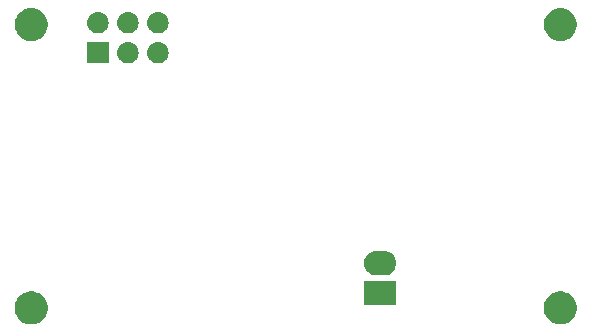
<source format=gbs>
G04 #@! TF.GenerationSoftware,KiCad,Pcbnew,5.1.4-e60b266~84~ubuntu18.04.1*
G04 #@! TF.CreationDate,2019-11-09T19:50:11+05:30*
G04 #@! TF.ProjectId,senseEle_PCB_Antenna_rev1,73656e73-6545-46c6-955f-5043425f416e,rev?*
G04 #@! TF.SameCoordinates,Original*
G04 #@! TF.FileFunction,Soldermask,Bot*
G04 #@! TF.FilePolarity,Negative*
%FSLAX46Y46*%
G04 Gerber Fmt 4.6, Leading zero omitted, Abs format (unit mm)*
G04 Created by KiCad (PCBNEW 5.1.4-e60b266~84~ubuntu18.04.1) date 2019-11-09 19:50:11*
%MOMM*%
%LPD*%
G04 APERTURE LIST*
%ADD10C,0.100000*%
G04 APERTURE END LIST*
D10*
G36*
X-1481567Y-43134893D02*
G01*
X-1391343Y-43152839D01*
X-1285733Y-43196585D01*
X-1136379Y-43258449D01*
X-1136378Y-43258450D01*
X-906914Y-43411772D01*
X-711772Y-43606914D01*
X-609325Y-43760237D01*
X-558449Y-43836379D01*
X-452839Y-44091344D01*
X-399000Y-44362012D01*
X-399000Y-44637988D01*
X-452839Y-44908656D01*
X-558449Y-45163621D01*
X-558450Y-45163622D01*
X-711772Y-45393086D01*
X-906914Y-45588228D01*
X-1060237Y-45690675D01*
X-1136379Y-45741551D01*
X-1285733Y-45803415D01*
X-1391343Y-45847161D01*
X-1481567Y-45865107D01*
X-1662012Y-45901000D01*
X-1937988Y-45901000D01*
X-2118433Y-45865107D01*
X-2208657Y-45847161D01*
X-2314267Y-45803415D01*
X-2463621Y-45741551D01*
X-2539763Y-45690675D01*
X-2693086Y-45588228D01*
X-2888228Y-45393086D01*
X-3041550Y-45163622D01*
X-3041551Y-45163621D01*
X-3147161Y-44908656D01*
X-3201000Y-44637988D01*
X-3201000Y-44362012D01*
X-3147161Y-44091344D01*
X-3041551Y-43836379D01*
X-2990675Y-43760237D01*
X-2888228Y-43606914D01*
X-2693086Y-43411772D01*
X-2463622Y-43258450D01*
X-2463621Y-43258449D01*
X-2314267Y-43196585D01*
X-2208657Y-43152839D01*
X-2118433Y-43134893D01*
X-1937988Y-43099000D01*
X-1662012Y-43099000D01*
X-1481567Y-43134893D01*
X-1481567Y-43134893D01*
G37*
G36*
X43318433Y-43134893D02*
G01*
X43408657Y-43152839D01*
X43514267Y-43196585D01*
X43663621Y-43258449D01*
X43663622Y-43258450D01*
X43893086Y-43411772D01*
X44088228Y-43606914D01*
X44190675Y-43760237D01*
X44241551Y-43836379D01*
X44347161Y-44091344D01*
X44401000Y-44362012D01*
X44401000Y-44637988D01*
X44347161Y-44908656D01*
X44241551Y-45163621D01*
X44241550Y-45163622D01*
X44088228Y-45393086D01*
X43893086Y-45588228D01*
X43739763Y-45690675D01*
X43663621Y-45741551D01*
X43514267Y-45803415D01*
X43408657Y-45847161D01*
X43318433Y-45865107D01*
X43137988Y-45901000D01*
X42862012Y-45901000D01*
X42681567Y-45865107D01*
X42591343Y-45847161D01*
X42485733Y-45803415D01*
X42336379Y-45741551D01*
X42260237Y-45690675D01*
X42106914Y-45588228D01*
X41911772Y-45393086D01*
X41758450Y-45163622D01*
X41758449Y-45163621D01*
X41652839Y-44908656D01*
X41599000Y-44637988D01*
X41599000Y-44362012D01*
X41652839Y-44091344D01*
X41758449Y-43836379D01*
X41809325Y-43760237D01*
X41911772Y-43606914D01*
X42106914Y-43411772D01*
X42336378Y-43258450D01*
X42336379Y-43258449D01*
X42485733Y-43196585D01*
X42591343Y-43152839D01*
X42681567Y-43134893D01*
X42862012Y-43099000D01*
X43137988Y-43099000D01*
X43318433Y-43134893D01*
X43318433Y-43134893D01*
G37*
G36*
X29101000Y-44291000D02*
G01*
X26399000Y-44291000D01*
X26399000Y-42189000D01*
X29101000Y-42189000D01*
X29101000Y-44291000D01*
X29101000Y-44291000D01*
G37*
G36*
X28153097Y-39654069D02*
G01*
X28256032Y-39664207D01*
X28454146Y-39724305D01*
X28454149Y-39724306D01*
X28550975Y-39776061D01*
X28636729Y-39821897D01*
X28796765Y-39953235D01*
X28928103Y-40113271D01*
X28973939Y-40199025D01*
X29025694Y-40295851D01*
X29025695Y-40295854D01*
X29085793Y-40493968D01*
X29106085Y-40700000D01*
X29085793Y-40906032D01*
X29025695Y-41104146D01*
X29025694Y-41104149D01*
X28973939Y-41200975D01*
X28928103Y-41286729D01*
X28796765Y-41446765D01*
X28636729Y-41578103D01*
X28550975Y-41623939D01*
X28454149Y-41675694D01*
X28454146Y-41675695D01*
X28256032Y-41735793D01*
X28153097Y-41745931D01*
X28101631Y-41751000D01*
X27398369Y-41751000D01*
X27346903Y-41745931D01*
X27243968Y-41735793D01*
X27045854Y-41675695D01*
X27045851Y-41675694D01*
X26949025Y-41623939D01*
X26863271Y-41578103D01*
X26703235Y-41446765D01*
X26571897Y-41286729D01*
X26526061Y-41200975D01*
X26474306Y-41104149D01*
X26474305Y-41104146D01*
X26414207Y-40906032D01*
X26393915Y-40700000D01*
X26414207Y-40493968D01*
X26474305Y-40295854D01*
X26474306Y-40295851D01*
X26526061Y-40199025D01*
X26571897Y-40113271D01*
X26703235Y-39953235D01*
X26863271Y-39821897D01*
X26949025Y-39776061D01*
X27045851Y-39724306D01*
X27045854Y-39724305D01*
X27243968Y-39664207D01*
X27346903Y-39654069D01*
X27398369Y-39649000D01*
X28101631Y-39649000D01*
X28153097Y-39654069D01*
X28153097Y-39654069D01*
G37*
G36*
X9040443Y-22005519D02*
G01*
X9106627Y-22012037D01*
X9276466Y-22063557D01*
X9432991Y-22147222D01*
X9468729Y-22176552D01*
X9570186Y-22259814D01*
X9653448Y-22361271D01*
X9682778Y-22397009D01*
X9766443Y-22553534D01*
X9817963Y-22723373D01*
X9835359Y-22900000D01*
X9817963Y-23076627D01*
X9766443Y-23246466D01*
X9682778Y-23402991D01*
X9653448Y-23438729D01*
X9570186Y-23540186D01*
X9468729Y-23623448D01*
X9432991Y-23652778D01*
X9276466Y-23736443D01*
X9106627Y-23787963D01*
X9040442Y-23794482D01*
X8974260Y-23801000D01*
X8885740Y-23801000D01*
X8819558Y-23794482D01*
X8753373Y-23787963D01*
X8583534Y-23736443D01*
X8427009Y-23652778D01*
X8391271Y-23623448D01*
X8289814Y-23540186D01*
X8206552Y-23438729D01*
X8177222Y-23402991D01*
X8093557Y-23246466D01*
X8042037Y-23076627D01*
X8024641Y-22900000D01*
X8042037Y-22723373D01*
X8093557Y-22553534D01*
X8177222Y-22397009D01*
X8206552Y-22361271D01*
X8289814Y-22259814D01*
X8391271Y-22176552D01*
X8427009Y-22147222D01*
X8583534Y-22063557D01*
X8753373Y-22012037D01*
X8819557Y-22005519D01*
X8885740Y-21999000D01*
X8974260Y-21999000D01*
X9040443Y-22005519D01*
X9040443Y-22005519D01*
G37*
G36*
X6500443Y-22005519D02*
G01*
X6566627Y-22012037D01*
X6736466Y-22063557D01*
X6892991Y-22147222D01*
X6928729Y-22176552D01*
X7030186Y-22259814D01*
X7113448Y-22361271D01*
X7142778Y-22397009D01*
X7226443Y-22553534D01*
X7277963Y-22723373D01*
X7295359Y-22900000D01*
X7277963Y-23076627D01*
X7226443Y-23246466D01*
X7142778Y-23402991D01*
X7113448Y-23438729D01*
X7030186Y-23540186D01*
X6928729Y-23623448D01*
X6892991Y-23652778D01*
X6736466Y-23736443D01*
X6566627Y-23787963D01*
X6500442Y-23794482D01*
X6434260Y-23801000D01*
X6345740Y-23801000D01*
X6279558Y-23794482D01*
X6213373Y-23787963D01*
X6043534Y-23736443D01*
X5887009Y-23652778D01*
X5851271Y-23623448D01*
X5749814Y-23540186D01*
X5666552Y-23438729D01*
X5637222Y-23402991D01*
X5553557Y-23246466D01*
X5502037Y-23076627D01*
X5484641Y-22900000D01*
X5502037Y-22723373D01*
X5553557Y-22553534D01*
X5637222Y-22397009D01*
X5666552Y-22361271D01*
X5749814Y-22259814D01*
X5851271Y-22176552D01*
X5887009Y-22147222D01*
X6043534Y-22063557D01*
X6213373Y-22012037D01*
X6279557Y-22005519D01*
X6345740Y-21999000D01*
X6434260Y-21999000D01*
X6500443Y-22005519D01*
X6500443Y-22005519D01*
G37*
G36*
X4751000Y-23801000D02*
G01*
X2949000Y-23801000D01*
X2949000Y-21999000D01*
X4751000Y-21999000D01*
X4751000Y-23801000D01*
X4751000Y-23801000D01*
G37*
G36*
X43318433Y-19134893D02*
G01*
X43408657Y-19152839D01*
X43514267Y-19196585D01*
X43663621Y-19258449D01*
X43663622Y-19258450D01*
X43893086Y-19411772D01*
X44088228Y-19606914D01*
X44190675Y-19760237D01*
X44241551Y-19836379D01*
X44347161Y-20091344D01*
X44401000Y-20362012D01*
X44401000Y-20637988D01*
X44347161Y-20908656D01*
X44241551Y-21163621D01*
X44241550Y-21163622D01*
X44088228Y-21393086D01*
X43893086Y-21588228D01*
X43739763Y-21690675D01*
X43663621Y-21741551D01*
X43514267Y-21803415D01*
X43408657Y-21847161D01*
X43318433Y-21865107D01*
X43137988Y-21901000D01*
X42862012Y-21901000D01*
X42681567Y-21865107D01*
X42591343Y-21847161D01*
X42485733Y-21803415D01*
X42336379Y-21741551D01*
X42260237Y-21690675D01*
X42106914Y-21588228D01*
X41911772Y-21393086D01*
X41758450Y-21163622D01*
X41758449Y-21163621D01*
X41652839Y-20908656D01*
X41599000Y-20637988D01*
X41599000Y-20362012D01*
X41652839Y-20091344D01*
X41758449Y-19836379D01*
X41809325Y-19760237D01*
X41911772Y-19606914D01*
X42106914Y-19411772D01*
X42336378Y-19258450D01*
X42336379Y-19258449D01*
X42485733Y-19196585D01*
X42591343Y-19152839D01*
X42681567Y-19134893D01*
X42862012Y-19099000D01*
X43137988Y-19099000D01*
X43318433Y-19134893D01*
X43318433Y-19134893D01*
G37*
G36*
X-1481567Y-19134893D02*
G01*
X-1391343Y-19152839D01*
X-1285733Y-19196585D01*
X-1136379Y-19258449D01*
X-1136378Y-19258450D01*
X-906914Y-19411772D01*
X-711772Y-19606914D01*
X-609325Y-19760237D01*
X-558449Y-19836379D01*
X-452839Y-20091344D01*
X-399000Y-20362012D01*
X-399000Y-20637988D01*
X-452839Y-20908656D01*
X-558449Y-21163621D01*
X-558450Y-21163622D01*
X-711772Y-21393086D01*
X-906914Y-21588228D01*
X-1060237Y-21690675D01*
X-1136379Y-21741551D01*
X-1285733Y-21803415D01*
X-1391343Y-21847161D01*
X-1481567Y-21865107D01*
X-1662012Y-21901000D01*
X-1937988Y-21901000D01*
X-2118433Y-21865107D01*
X-2208657Y-21847161D01*
X-2314267Y-21803415D01*
X-2463621Y-21741551D01*
X-2539763Y-21690675D01*
X-2693086Y-21588228D01*
X-2888228Y-21393086D01*
X-3041550Y-21163622D01*
X-3041551Y-21163621D01*
X-3147161Y-20908656D01*
X-3201000Y-20637988D01*
X-3201000Y-20362012D01*
X-3147161Y-20091344D01*
X-3041551Y-19836379D01*
X-2990675Y-19760237D01*
X-2888228Y-19606914D01*
X-2693086Y-19411772D01*
X-2463622Y-19258450D01*
X-2463621Y-19258449D01*
X-2314267Y-19196585D01*
X-2208657Y-19152839D01*
X-2118433Y-19134893D01*
X-1937988Y-19099000D01*
X-1662012Y-19099000D01*
X-1481567Y-19134893D01*
X-1481567Y-19134893D01*
G37*
G36*
X3960442Y-19465518D02*
G01*
X4026627Y-19472037D01*
X4196466Y-19523557D01*
X4352991Y-19607222D01*
X4388729Y-19636552D01*
X4490186Y-19719814D01*
X4573448Y-19821271D01*
X4602778Y-19857009D01*
X4686443Y-20013534D01*
X4737963Y-20183373D01*
X4755359Y-20360000D01*
X4737963Y-20536627D01*
X4686443Y-20706466D01*
X4602778Y-20862991D01*
X4573448Y-20898729D01*
X4490186Y-21000186D01*
X4388729Y-21083448D01*
X4352991Y-21112778D01*
X4196466Y-21196443D01*
X4026627Y-21247963D01*
X3960442Y-21254482D01*
X3894260Y-21261000D01*
X3805740Y-21261000D01*
X3739558Y-21254482D01*
X3673373Y-21247963D01*
X3503534Y-21196443D01*
X3347009Y-21112778D01*
X3311271Y-21083448D01*
X3209814Y-21000186D01*
X3126552Y-20898729D01*
X3097222Y-20862991D01*
X3013557Y-20706466D01*
X2962037Y-20536627D01*
X2944641Y-20360000D01*
X2962037Y-20183373D01*
X3013557Y-20013534D01*
X3097222Y-19857009D01*
X3126552Y-19821271D01*
X3209814Y-19719814D01*
X3311271Y-19636552D01*
X3347009Y-19607222D01*
X3503534Y-19523557D01*
X3673373Y-19472037D01*
X3739558Y-19465518D01*
X3805740Y-19459000D01*
X3894260Y-19459000D01*
X3960442Y-19465518D01*
X3960442Y-19465518D01*
G37*
G36*
X6500442Y-19465518D02*
G01*
X6566627Y-19472037D01*
X6736466Y-19523557D01*
X6892991Y-19607222D01*
X6928729Y-19636552D01*
X7030186Y-19719814D01*
X7113448Y-19821271D01*
X7142778Y-19857009D01*
X7226443Y-20013534D01*
X7277963Y-20183373D01*
X7295359Y-20360000D01*
X7277963Y-20536627D01*
X7226443Y-20706466D01*
X7142778Y-20862991D01*
X7113448Y-20898729D01*
X7030186Y-21000186D01*
X6928729Y-21083448D01*
X6892991Y-21112778D01*
X6736466Y-21196443D01*
X6566627Y-21247963D01*
X6500442Y-21254482D01*
X6434260Y-21261000D01*
X6345740Y-21261000D01*
X6279558Y-21254482D01*
X6213373Y-21247963D01*
X6043534Y-21196443D01*
X5887009Y-21112778D01*
X5851271Y-21083448D01*
X5749814Y-21000186D01*
X5666552Y-20898729D01*
X5637222Y-20862991D01*
X5553557Y-20706466D01*
X5502037Y-20536627D01*
X5484641Y-20360000D01*
X5502037Y-20183373D01*
X5553557Y-20013534D01*
X5637222Y-19857009D01*
X5666552Y-19821271D01*
X5749814Y-19719814D01*
X5851271Y-19636552D01*
X5887009Y-19607222D01*
X6043534Y-19523557D01*
X6213373Y-19472037D01*
X6279558Y-19465518D01*
X6345740Y-19459000D01*
X6434260Y-19459000D01*
X6500442Y-19465518D01*
X6500442Y-19465518D01*
G37*
G36*
X9040442Y-19465518D02*
G01*
X9106627Y-19472037D01*
X9276466Y-19523557D01*
X9432991Y-19607222D01*
X9468729Y-19636552D01*
X9570186Y-19719814D01*
X9653448Y-19821271D01*
X9682778Y-19857009D01*
X9766443Y-20013534D01*
X9817963Y-20183373D01*
X9835359Y-20360000D01*
X9817963Y-20536627D01*
X9766443Y-20706466D01*
X9682778Y-20862991D01*
X9653448Y-20898729D01*
X9570186Y-21000186D01*
X9468729Y-21083448D01*
X9432991Y-21112778D01*
X9276466Y-21196443D01*
X9106627Y-21247963D01*
X9040442Y-21254482D01*
X8974260Y-21261000D01*
X8885740Y-21261000D01*
X8819558Y-21254482D01*
X8753373Y-21247963D01*
X8583534Y-21196443D01*
X8427009Y-21112778D01*
X8391271Y-21083448D01*
X8289814Y-21000186D01*
X8206552Y-20898729D01*
X8177222Y-20862991D01*
X8093557Y-20706466D01*
X8042037Y-20536627D01*
X8024641Y-20360000D01*
X8042037Y-20183373D01*
X8093557Y-20013534D01*
X8177222Y-19857009D01*
X8206552Y-19821271D01*
X8289814Y-19719814D01*
X8391271Y-19636552D01*
X8427009Y-19607222D01*
X8583534Y-19523557D01*
X8753373Y-19472037D01*
X8819558Y-19465518D01*
X8885740Y-19459000D01*
X8974260Y-19459000D01*
X9040442Y-19465518D01*
X9040442Y-19465518D01*
G37*
M02*

</source>
